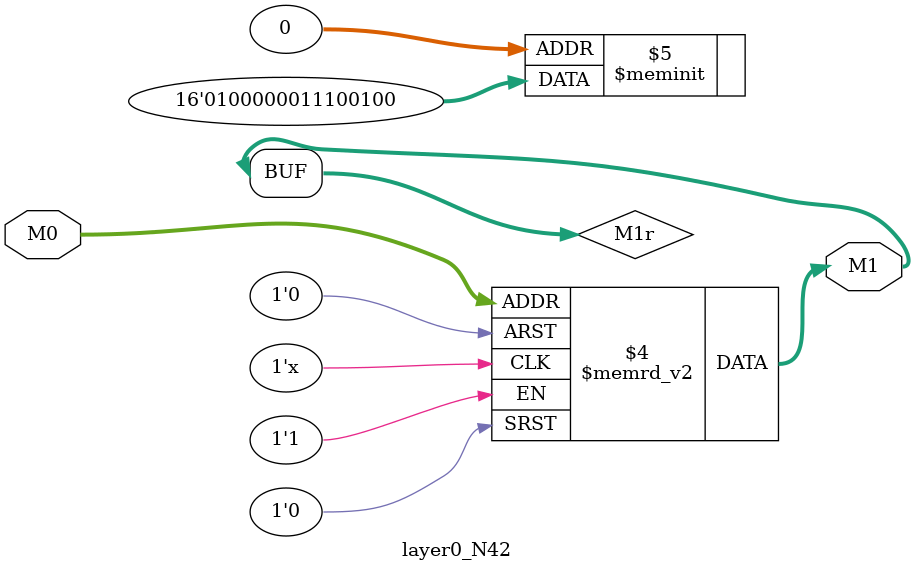
<source format=v>
module layer0_N42 ( input [2:0] M0, output [1:0] M1 );

	(*rom_style = "distributed" *) reg [1:0] M1r;
	assign M1 = M1r;
	always @ (M0) begin
		case (M0)
			3'b000: M1r = 2'b00;
			3'b100: M1r = 2'b00;
			3'b010: M1r = 2'b10;
			3'b110: M1r = 2'b00;
			3'b001: M1r = 2'b01;
			3'b101: M1r = 2'b00;
			3'b011: M1r = 2'b11;
			3'b111: M1r = 2'b01;

		endcase
	end
endmodule

</source>
